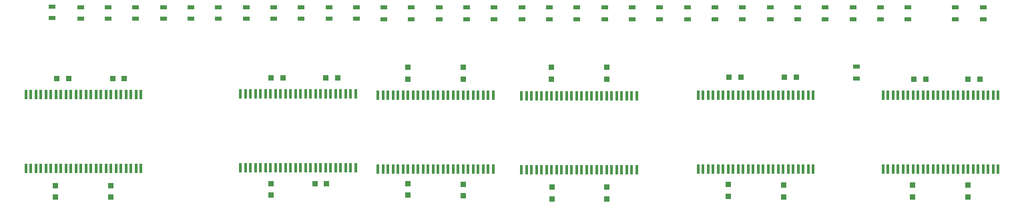
<source format=gtp>
G04 #@! TF.FileFunction,Paste,Top*
%FSLAX46Y46*%
G04 Gerber Fmt 4.6, Leading zero omitted, Abs format (unit mm)*
G04 Created by KiCad (PCBNEW 4.0.4-stable) date 01/25/18 18:30:54*
%MOMM*%
%LPD*%
G01*
G04 APERTURE LIST*
%ADD10C,0.100000*%
%ADD11R,0.900000X0.500000*%
%ADD12R,0.800000X0.750000*%
%ADD13R,0.750000X0.800000*%
%ADD14R,0.400000X1.200000*%
G04 APERTURE END LIST*
D10*
D11*
X44958000Y-130394000D03*
X44958000Y-131894000D03*
X48525400Y-130484270D03*
X48525400Y-131984270D03*
X52025400Y-130484270D03*
X52025400Y-131984270D03*
X55525400Y-130484270D03*
X55525400Y-131984270D03*
X59025400Y-130484270D03*
X59025400Y-131984270D03*
X62525400Y-130484270D03*
X62525400Y-131984270D03*
X66025400Y-130484270D03*
X66025400Y-131984270D03*
X69525400Y-130484270D03*
X69525400Y-131984270D03*
X73025400Y-130484270D03*
X73025400Y-131984270D03*
X76525400Y-130484270D03*
X76525400Y-131984270D03*
X80025400Y-130484270D03*
X80025400Y-131984270D03*
X83525400Y-130484270D03*
X83525400Y-131984270D03*
X87000000Y-130490048D03*
X87000000Y-131990048D03*
X90500000Y-130490048D03*
X90500000Y-131990048D03*
X94000000Y-130490048D03*
X94000000Y-131990048D03*
X97500000Y-130490048D03*
X97500000Y-131990048D03*
X101000000Y-130490048D03*
X101000000Y-131990048D03*
X104500000Y-130490048D03*
X104500000Y-131990048D03*
X108000000Y-130490048D03*
X108000000Y-131990048D03*
X111500000Y-130490048D03*
X111500000Y-131990048D03*
X115000000Y-130490048D03*
X115000000Y-131990048D03*
X118500000Y-130490048D03*
X118500000Y-131990048D03*
X122000000Y-130490048D03*
X122000000Y-131990048D03*
X125500000Y-130490048D03*
X125500000Y-131990048D03*
X129000000Y-130490048D03*
X129000000Y-131990048D03*
X132500000Y-130490048D03*
X132500000Y-131990048D03*
X136000000Y-130490048D03*
X136000000Y-131990048D03*
X139500000Y-130490048D03*
X139500000Y-131990048D03*
X143000000Y-130490048D03*
X143000000Y-131990048D03*
X146500000Y-130490048D03*
X146500000Y-131990048D03*
X150000000Y-130490048D03*
X150000000Y-131990048D03*
X153500000Y-130490048D03*
X153500000Y-131990048D03*
X159500000Y-132000000D03*
X159500000Y-130500000D03*
X163000000Y-132000000D03*
X163000000Y-130500000D03*
D12*
X54108480Y-139580620D03*
X52608480Y-139580620D03*
D13*
X52397660Y-154674700D03*
X52397660Y-153174700D03*
D12*
X46997620Y-139580620D03*
X45497620Y-139580620D03*
D13*
X45366940Y-154674700D03*
X45366940Y-153174700D03*
D12*
X81175860Y-139451080D03*
X79675860Y-139451080D03*
X78245840Y-152951180D03*
X79745840Y-152951180D03*
X74194800Y-139491720D03*
X72694800Y-139491720D03*
D13*
X72651620Y-154401520D03*
X72651620Y-152901520D03*
X97040700Y-138113640D03*
X97040700Y-139613640D03*
X97061020Y-154484200D03*
X97061020Y-152984200D03*
X90083640Y-138126340D03*
X90083640Y-139626340D03*
X90078560Y-154410540D03*
X90078560Y-152910540D03*
D12*
X139324080Y-139397740D03*
X137824080Y-139397740D03*
D13*
X137698480Y-154608660D03*
X137698480Y-153108660D03*
D12*
X132294760Y-139423140D03*
X130794760Y-139423140D03*
D13*
X130731260Y-154557860D03*
X130731260Y-153057860D03*
D12*
X162590480Y-139621260D03*
X161090480Y-139621260D03*
D13*
X161075000Y-154650000D03*
X161075000Y-153150000D03*
D12*
X155741500Y-139641580D03*
X154241500Y-139641580D03*
D13*
X154100000Y-154625000D03*
X154100000Y-153125000D03*
X115255040Y-138111100D03*
X115255040Y-139611100D03*
X115275000Y-154875000D03*
X115275000Y-153375000D03*
X108262420Y-138133960D03*
X108262420Y-139633960D03*
X108300000Y-154875000D03*
X108300000Y-153375000D03*
D11*
X146950000Y-139575000D03*
X146950000Y-138075000D03*
D14*
X141485000Y-141708000D03*
X140850000Y-141708000D03*
X140215000Y-141708000D03*
X139580000Y-141708000D03*
X138945000Y-141708000D03*
X138310000Y-141708000D03*
X137675000Y-141708000D03*
X137040000Y-141708000D03*
X136405000Y-141708000D03*
X135770000Y-141708000D03*
X135135000Y-141708000D03*
X134500000Y-141708000D03*
X133865000Y-141708000D03*
X133230000Y-141708000D03*
X132595000Y-141708000D03*
X131960000Y-141708000D03*
X131325000Y-141708000D03*
X130690000Y-141708000D03*
X130055000Y-141708000D03*
X129420000Y-141708000D03*
X128785000Y-141708000D03*
X128150000Y-141708000D03*
X127515000Y-141708000D03*
X126880000Y-141708000D03*
X126880000Y-151108000D03*
X127515000Y-151108000D03*
X128150000Y-151108000D03*
X128785000Y-151108000D03*
X129420000Y-151108000D03*
X130055000Y-151108000D03*
X130690000Y-151108000D03*
X131325000Y-151108000D03*
X131960000Y-151108000D03*
X132595000Y-151108000D03*
X133230000Y-151108000D03*
X133865000Y-151108000D03*
X134500000Y-151108000D03*
X135135000Y-151108000D03*
X135770000Y-151108000D03*
X136405000Y-151108000D03*
X137040000Y-151108000D03*
X137675000Y-151108000D03*
X138310000Y-151108000D03*
X138945000Y-151108000D03*
X139580000Y-151108000D03*
X140215000Y-151108000D03*
X140850000Y-151108000D03*
X141485000Y-151108000D03*
X56216761Y-141634603D03*
X55581761Y-141634603D03*
X54946761Y-141634603D03*
X54311761Y-141634603D03*
X53676761Y-141634603D03*
X53041761Y-141634603D03*
X52406761Y-141634603D03*
X51771761Y-141634603D03*
X51136761Y-141634603D03*
X50501761Y-141634603D03*
X49866761Y-141634603D03*
X49231761Y-141634603D03*
X48596761Y-141634603D03*
X47961761Y-141634603D03*
X47326761Y-141634603D03*
X46691761Y-141634603D03*
X46056761Y-141634603D03*
X45421761Y-141634603D03*
X44786761Y-141634603D03*
X44151761Y-141634603D03*
X43516761Y-141634603D03*
X42881761Y-141634603D03*
X42246761Y-141634603D03*
X41611761Y-141634603D03*
X41611761Y-151034603D03*
X42246761Y-151034603D03*
X42881761Y-151034603D03*
X43516761Y-151034603D03*
X44151761Y-151034603D03*
X44786761Y-151034603D03*
X45421761Y-151034603D03*
X46056761Y-151034603D03*
X46691761Y-151034603D03*
X47326761Y-151034603D03*
X47961761Y-151034603D03*
X48596761Y-151034603D03*
X49231761Y-151034603D03*
X49866761Y-151034603D03*
X50501761Y-151034603D03*
X51136761Y-151034603D03*
X51771761Y-151034603D03*
X52406761Y-151034603D03*
X53041761Y-151034603D03*
X53676761Y-151034603D03*
X54311761Y-151034603D03*
X54946761Y-151034603D03*
X55581761Y-151034603D03*
X56216761Y-151034603D03*
X100860000Y-141650000D03*
X100225000Y-141650000D03*
X99590000Y-141650000D03*
X98955000Y-141650000D03*
X98320000Y-141650000D03*
X97685000Y-141650000D03*
X97050000Y-141650000D03*
X96415000Y-141650000D03*
X95780000Y-141650000D03*
X95145000Y-141650000D03*
X94510000Y-141650000D03*
X93875000Y-141650000D03*
X93240000Y-141650000D03*
X92605000Y-141650000D03*
X91970000Y-141650000D03*
X91335000Y-141650000D03*
X90700000Y-141650000D03*
X90065000Y-141650000D03*
X89430000Y-141650000D03*
X88795000Y-141650000D03*
X88160000Y-141650000D03*
X87525000Y-141650000D03*
X86890000Y-141650000D03*
X86255000Y-141650000D03*
X86255000Y-151050000D03*
X86890000Y-151050000D03*
X87525000Y-151050000D03*
X88160000Y-151050000D03*
X88795000Y-151050000D03*
X89430000Y-151050000D03*
X90065000Y-151050000D03*
X90700000Y-151050000D03*
X91335000Y-151050000D03*
X91970000Y-151050000D03*
X92605000Y-151050000D03*
X93240000Y-151050000D03*
X93875000Y-151050000D03*
X94510000Y-151050000D03*
X95145000Y-151050000D03*
X95780000Y-151050000D03*
X96415000Y-151050000D03*
X97050000Y-151050000D03*
X97685000Y-151050000D03*
X98320000Y-151050000D03*
X98955000Y-151050000D03*
X99590000Y-151050000D03*
X100225000Y-151050000D03*
X100860000Y-151050000D03*
X164900000Y-141708000D03*
X164265000Y-141708000D03*
X163630000Y-141708000D03*
X162995000Y-141708000D03*
X162360000Y-141708000D03*
X161725000Y-141708000D03*
X161090000Y-141708000D03*
X160455000Y-141708000D03*
X159820000Y-141708000D03*
X159185000Y-141708000D03*
X158550000Y-141708000D03*
X157915000Y-141708000D03*
X157280000Y-141708000D03*
X156645000Y-141708000D03*
X156010000Y-141708000D03*
X155375000Y-141708000D03*
X154740000Y-141708000D03*
X154105000Y-141708000D03*
X153470000Y-141708000D03*
X152835000Y-141708000D03*
X152200000Y-141708000D03*
X151565000Y-141708000D03*
X150930000Y-141708000D03*
X150295000Y-141708000D03*
X150295000Y-151108000D03*
X150930000Y-151108000D03*
X151565000Y-151108000D03*
X152200000Y-151108000D03*
X152835000Y-151108000D03*
X153470000Y-151108000D03*
X154105000Y-151108000D03*
X154740000Y-151108000D03*
X155375000Y-151108000D03*
X156010000Y-151108000D03*
X156645000Y-151108000D03*
X157280000Y-151108000D03*
X157915000Y-151108000D03*
X158550000Y-151108000D03*
X159185000Y-151108000D03*
X159820000Y-151108000D03*
X160455000Y-151108000D03*
X161090000Y-151108000D03*
X161725000Y-151108000D03*
X162360000Y-151108000D03*
X162995000Y-151108000D03*
X163630000Y-151108000D03*
X164265000Y-151108000D03*
X164900000Y-151108000D03*
X83426000Y-141532000D03*
X82791000Y-141532000D03*
X82156000Y-141532000D03*
X81521000Y-141532000D03*
X80886000Y-141532000D03*
X80251000Y-141532000D03*
X79616000Y-141532000D03*
X78981000Y-141532000D03*
X78346000Y-141532000D03*
X77711000Y-141532000D03*
X77076000Y-141532000D03*
X76441000Y-141532000D03*
X75806000Y-141532000D03*
X75171000Y-141532000D03*
X74536000Y-141532000D03*
X73901000Y-141532000D03*
X73266000Y-141532000D03*
X72631000Y-141532000D03*
X71996000Y-141532000D03*
X71361000Y-141532000D03*
X70726000Y-141532000D03*
X70091000Y-141532000D03*
X69456000Y-141532000D03*
X68821000Y-141532000D03*
X68821000Y-150932000D03*
X69456000Y-150932000D03*
X70091000Y-150932000D03*
X70726000Y-150932000D03*
X71361000Y-150932000D03*
X71996000Y-150932000D03*
X72631000Y-150932000D03*
X73266000Y-150932000D03*
X73901000Y-150932000D03*
X74536000Y-150932000D03*
X75171000Y-150932000D03*
X75806000Y-150932000D03*
X76441000Y-150932000D03*
X77076000Y-150932000D03*
X77711000Y-150932000D03*
X78346000Y-150932000D03*
X78981000Y-150932000D03*
X79616000Y-150932000D03*
X80251000Y-150932000D03*
X80886000Y-150932000D03*
X81521000Y-150932000D03*
X82156000Y-150932000D03*
X82791000Y-150932000D03*
X83426000Y-150932000D03*
X119072000Y-141728000D03*
X118437000Y-141728000D03*
X117802000Y-141728000D03*
X117167000Y-141728000D03*
X116532000Y-141728000D03*
X115897000Y-141728000D03*
X115262000Y-141728000D03*
X114627000Y-141728000D03*
X113992000Y-141728000D03*
X113357000Y-141728000D03*
X112722000Y-141728000D03*
X112087000Y-141728000D03*
X111452000Y-141728000D03*
X110817000Y-141728000D03*
X110182000Y-141728000D03*
X109547000Y-141728000D03*
X108912000Y-141728000D03*
X108277000Y-141728000D03*
X107642000Y-141728000D03*
X107007000Y-141728000D03*
X106372000Y-141728000D03*
X105737000Y-141728000D03*
X105102000Y-141728000D03*
X104467000Y-141728000D03*
X104467000Y-151128000D03*
X105102000Y-151128000D03*
X105737000Y-151128000D03*
X106372000Y-151128000D03*
X107007000Y-151128000D03*
X107642000Y-151128000D03*
X108277000Y-151128000D03*
X108912000Y-151128000D03*
X109547000Y-151128000D03*
X110182000Y-151128000D03*
X110817000Y-151128000D03*
X111452000Y-151128000D03*
X112087000Y-151128000D03*
X112722000Y-151128000D03*
X113357000Y-151128000D03*
X113992000Y-151128000D03*
X114627000Y-151128000D03*
X115262000Y-151128000D03*
X115897000Y-151128000D03*
X116532000Y-151128000D03*
X117167000Y-151128000D03*
X117802000Y-151128000D03*
X118437000Y-151128000D03*
X119072000Y-151128000D03*
M02*

</source>
